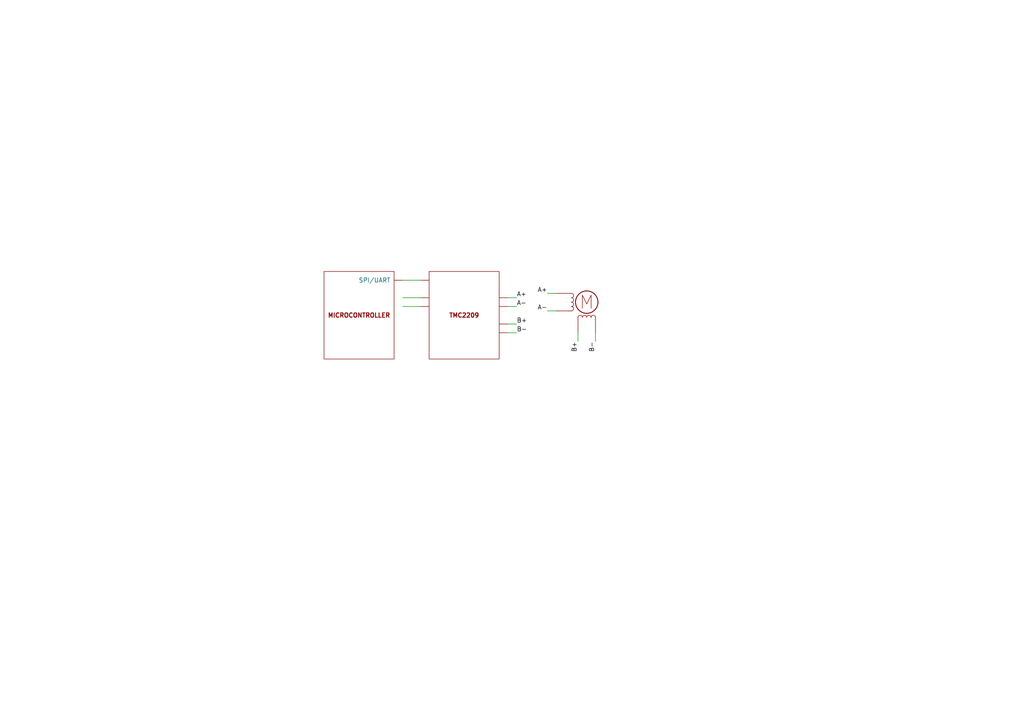
<source format=kicad_sch>
(kicad_sch (version 20230121) (generator eeschema)
  (paper "A4")
  (title_block (title "Trinamic Wiring") (date "2024-03-07") (rev "0.4") (company "Janelia Research Campus"))
  (lib_symbols
    (symbol "Janelia:DOC_MCU" (pin_numbers hide) (pin_names (offset 1.016))
      (symbol "DOC_MCU_0_1"
        (rectangle (start -10.16 12.7) (end 10.16 -12.7))
      )
      (symbol "DOC_MCU_1_1"
        (text "MICROCONTROLLER" (at 0 0 0) (effects (font (size 1.27 1.27) bold)))
        (pin input line (at 12.7 7.62 180) (length 2.54) hide (name "RX") (number "0"))
        (pin output line (at 12.7 10.16 180) (length 2.54) (name "SPI/UART") (number "1"))
        (pin input line (at 12.7 -5.08 180) (length 2.54) hide (name "RX2") (number "2"))
        (pin output line (at 12.7 -2.54 180) (length 2.54) hide (name "TX2") (number "3"))
        (pin output line (at 12.7 -7.62 180) (length 2.54) hide (name "TX3") (number "4"))
        (pin input line (at 12.7 -10.16 180) (length 2.54) hide (name "RX3") (number "5"))
        (pin output line (at 12.7 5.08 180) (length 2.54) hide (name "STEP") (number "6"))
        (pin input line (at 12.7 2.54 180) (length 2.54) hide (name "DIR") (number "7"))
        (pin input line (at 0 -15.24 90) (length 2.54) hide (name "SPI") (number "8"))
      )
    )
    (symbol "Janelia:Stepper_Motor_QSH2818-32-07-006" (pin_numbers hide) (pin_names (offset 0) hide)
      (symbol "Stepper_Motor_QSH2818-32-07-006_0_0"
        (polyline (pts (xy -1.27 -1.778) (xy -1.27 2.032) (xy 0 -0.508) (xy 1.27 2.032) (xy 1.27 -1.778)))
      )
      (symbol "Stepper_Motor_QSH2818-32-07-006_0_1"
        (arc (start -4.445 -2.54) (mid -3.8127 -1.905) (end -4.445 -1.27))
        (arc (start -4.445 -1.27) (mid -3.8127 -0.635) (end -4.445 0))
        (arc (start -4.445 0) (mid -3.8127 0.635) (end -4.445 1.27))
        (arc (start -4.445 1.27) (mid -3.8127 1.905) (end -4.445 2.54))
        (arc (start -1.27 -4.445) (mid -1.905 -3.8127) (end -2.54 -4.445))
        (arc (start 0 -4.445) (mid -0.635 -3.8127) (end -1.27 -4.445))
        (polyline (pts (xy -5.08 -2.54) (xy -4.445 -2.54)))
        (polyline (pts (xy -5.08 2.54) (xy -4.445 2.54)))
        (polyline (pts (xy -2.54 -5.08) (xy -2.54 -4.445)))
        (polyline (pts (xy 2.54 -5.08) (xy 2.54 -4.445)))
        (circle (center 0 0) (radius 3.2512) (stroke (width 0.254)))
        (arc (start 1.27 -4.445) (mid 0.635 -3.8127) (end 0 -4.445))
        (arc (start 2.54 -4.445) (mid 1.905 -3.8127) (end 1.27 -4.445))
      )
      (symbol "Stepper_Motor_QSH2818-32-07-006_1_1"
        (pin passive line (at -8.89 2.54 0) (length 3.81) (name "BLK") (number "A"))
        (pin passive line (at -8.89 -2.54 0) (length 3.81) (name "GRN") (number "A-"))
        (pin passive line (at -2.54 -8.89 90) (length 3.81) (name "RED") (number "B"))
        (pin passive line (at 2.54 -8.89 90) (length 3.81) (name "BLU") (number "B-"))
      )
    )
    (symbol "Janelia:TMC2209_DOC" (pin_numbers hide) (pin_names (offset 1.016) hide)
      (symbol "TMC2209_DOC_0_1"
        (rectangle (start -10.16 12.7) (end 10.16 -12.7))
      )
      (symbol "TMC2209_DOC_1_1"
        (text "TMC2209" (at 0 0 0) (effects (font (size 1.27 1.27) bold)))
        (pin bidirectional line (at -12.7 10.16 0) (length 2.54) (name "UART") (number "0"))
        (pin input line (at -12.7 5.08 0) (length 2.54) (name "STEP") (number "1"))
        (pin input line (at -12.7 -5.08 0) (length 2.54) hide (name "AD1") (number "10"))
        (pin input line (at -12.7 2.54 0) (length 2.54) (name "DIR") (number "2"))
        (pin passive line (at 2.54 -15.24 90) (length 2.54) hide (name "BRA") (number "3"))
        (pin passive line (at 7.62 -15.24 90) (length 2.54) hide (name "BRB") (number "4"))
        (pin passive line (at 12.7 5.08 180) (length 2.54) (name "OA1") (number "5"))
        (pin passive line (at 12.7 2.54 180) (length 2.54) (name "OA2") (number "6"))
        (pin passive line (at 12.7 -2.54 180) (length 2.54) (name "OB1") (number "7"))
        (pin passive line (at 12.7 -5.08 180) (length 2.54) (name "OB2") (number "8"))
        (pin input line (at -12.7 -2.54 0) (length 2.54) hide (name "AD0") (number "9"))
      )
    )
  )
  (wire (pts (xy 149.86 93.98) (xy 147.32 93.98)))
  (wire (pts (xy 116.84 81.28) (xy 121.92 81.28)))
  (wire (pts (xy 158.75 85.09) (xy 161.29 85.09)))
  (wire (pts (xy 149.86 96.52) (xy 147.32 96.52)))
  (wire (pts (xy 158.75 90.17) (xy 161.29 90.17)))
  (wire (pts (xy 116.84 88.9) (xy 121.92 88.9)))
  (wire (pts (xy 149.86 86.36) (xy 147.32 86.36)))
  (wire (pts (xy 172.72 99.06) (xy 172.72 96.52)))
  (wire (pts (xy 116.84 86.36) (xy 121.92 86.36)))
  (wire (pts (xy 167.64 99.06) (xy 167.64 96.52)))
  (wire (pts (xy 149.86 88.9) (xy 147.32 88.9)))
  (label "A-" (at 149.86 88.9 0))
  (label "A+" (at 149.86 86.36 0))
  (label "B+" (at 149.86 93.98 0))
  (label "B-" (at 172.72 99.06 270))
  (label "B-" (at 149.86 96.52 0))
  (label "B+" (at 167.64 99.06 270))
  (label "A+" (at 158.75 85.09 180))
  (label "A-" (at 158.75 90.17 180))
  (symbol (lib_id "Janelia:Stepper_Motor_QSH2818-32-07-006") (at 170.18 87.63 0) (unit 1)
    (property "Reference" "M4" (effects hide))
    (property "Value" "Stepper_Motor_QSH2818-32-07-006" (effects hide))
    (property "Manufacturer" "Trinamic Motion Control" (effects hide))
    (property "Manufacturer Part Number" "QSH2818-32-07-006" (effects hide))
    (property "Vendor" "Digi-Key" (effects hide))
    (property "Vendor Part Number" "1460-1072-ND" (effects hide))
    (property "Sim.Enable" "0" (effects hide))
  )
  (symbol (lib_id "Janelia:TMC2209_DOC") (at 134.62 91.44 0) (unit 1)
    (property "Reference" "TMC14" (effects hide))
    (property "Value" "TMC2209_DOC" (effects hide))
    (property "Sim.Enable" "0" (effects hide))
  )
  (symbol (lib_id "Janelia:DOC_MCU") (at 104.14 91.44 0) (unit 1)
    (property "Reference" "MICROCONTROLLER8" (effects hide))
    (property "Value" "DOC_MCU" (effects hide))
    (property "Sim.Enable" "0" (effects hide))
  )
)
</source>
